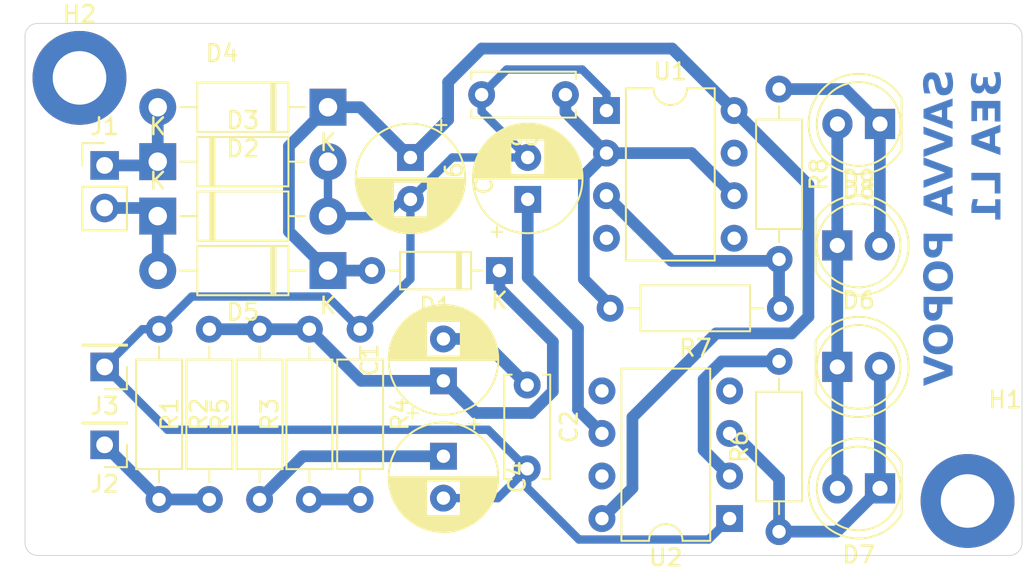
<source format=kicad_pcb>
(kicad_pcb (version 20240108) (generator "pcbnew") (generator_version "8.0")
  (layers (0 "F.Cu" signal) (31 "B.Cu" signal) (34 "B.Paste" user) (35 "F.Paste" user) (36 "B.SilkS" user "B.Silkscreen") (37 "F.SilkS" user "F.Silkscreen") (38 "B.Mask" user) (39 "F.Mask" user) (44 "Edge.Cuts" user))
  (net 0 "")
  (net 1 "Net-(D1-K)")
  (net 2 "Net-(C1-Pad2)")
  (net 3 "GND")
  (net 4 "VCC")
  (net 5 "Net-(C4-Pad1)")
  (net 6 "TR")
  (net 7 "Net-(D2-A)")
  (net 8 "Net-(D4-K)")
  (net 9 "Net-(D6-K)")
  (net 10 "Q_2")
  (net 11 "Net-(D8-K)")
  (net 12 "DIVIDER")
  (net 13 "Net-(R3-Pad1)")
  (net 14 "Q_1")
  (net 21 "TR_1")
  (net 22 "TR_2")
  (footprint "MountingHole:MountingHole_3.2mm_M3_DIN965_Pad_TopBottom" (layer "F.Cu") (at 152.5 58.25)
    (property "Reference" "H2" (at 0 -3.8 0) (layer "F.SilkS"))
    (property "Value" "M3")
    (pad "1" thru_hole circle (at 0 0) (size 3.6 3.6) (drill 3.2) (layers "*.Cu" "*.Mask"))
    (pad "1" connect circle (at 0 0) (size 5.6 5.6) (layers "F.Cu" "F.Mask"))
    (pad "1" connect circle (at 0 0) (size 5.6 5.6) (layers "B.Cu" "B.Mask"))
  )
  (footprint "LED_THT:LED_D5.0mm_Clear" (layer "F.Cu") (at 197.725 68.25)
    (property "Reference" "D9" (at 1.27 -3.96 0) (layer "F.SilkS"))
    (property "Value" "LED")
    (pad "1" thru_hole rect (at 0 0) (size 1.8 1.8) (drill 0.9) (layers "*.Cu" "*.Mask") (net 9 "Net-(D6-K)"))
    (pad "2" thru_hole circle (at 2.54 0) (size 1.8 1.8) (drill 0.9) (layers "*.Cu" "*.Mask") (net 11 "Net-(D8-K)"))
  )
  (footprint "Package_DIP:DIP-8_W7.62mm" (layer "F.Cu") (at 183.95 60.2)
    (property "Reference" "U1" (at 3.81 -2.33 0) (layer "F.SilkS"))
    (property "Value" "NE555P")
    (pad "1" thru_hole rect (at 0 0) (size 1.6 1.6) (drill 0.8) (layers "*.Cu" "*.Mask") (net 3 "GND"))
    (pad "2" thru_hole oval (at 0 2.54) (size 1.6 1.6) (drill 0.8) (layers "*.Cu" "*.Mask") (net 21 "TR_1"))
    (pad "3" thru_hole oval (at 0 5.08) (size 1.6 1.6) (drill 0.8) (layers "*.Cu" "*.Mask") (net 14 "Q_1"))
    (pad "4" thru_hole oval (at 0 7.62) (size 1.6 1.6) (drill 0.8) (layers "*.Cu" "*.Mask"))
    (pad "5" thru_hole oval (at 7.62 7.62) (size 1.6 1.6) (drill 0.8) (layers "*.Cu" "*.Mask"))
    (pad "6" thru_hole oval (at 7.62 5.08) (size 1.6 1.6) (drill 0.8) (layers "*.Cu" "*.Mask") (net 21 "TR_1"))
    (pad "7" thru_hole oval (at 7.62 2.54) (size 1.6 1.6) (drill 0.8) (layers "*.Cu" "*.Mask"))
    (pad "8" thru_hole oval (at 7.62 0) (size 1.6 1.6) (drill 0.8) (layers "*.Cu" "*.Mask") (net 4 "VCC"))
  )
  (footprint "Diode_THT:D_DO-41_SOD81_P10.16mm_Horizontal" (layer "F.Cu") (at 167.33 69.75 180)
    (property "Reference" "D5" (at 5.08 -2.47 0) (layer "F.SilkS"))
    (property "Value" "1N4007")
    (fp_text user "K" (at 0 -2.1 0) (layer "F.SilkS"))
    (pad "1" thru_hole rect (at 0 0 180) (size 2.2 2.2) (drill 1.1) (layers "*.Cu" "*.Mask") (net 4 "VCC"))
    (pad "2" thru_hole oval (at 10.16 0 180) (size 2.2 2.2) (drill 1.1) (layers "*.Cu" "*.Mask") (net 8 "Net-(D4-K)"))
  )
  (footprint "Connector_PinHeader_2.54mm:PinHeader_1x02_P2.54mm_Vertical" (layer "F.Cu") (at 154 63.475)
    (property "Reference" "J1" (at 0 -2.33 0) (layer "F.SilkS"))
    (property "Value" "Conn_01x02_Pin")
    (pad "1" thru_hole rect (at 0 0) (size 1.7 1.7) (drill 1) (layers "*.Cu" "*.Mask") (net 7 "Net-(D2-A)"))
    (pad "2" thru_hole oval (at 0 2.54) (size 1.7 1.7) (drill 1) (layers "*.Cu" "*.Mask") (net 8 "Net-(D4-K)"))
  )
  (footprint "Package_DIP:DIP-8_W7.62mm" (layer "F.Cu") (at 191.3 84.55 180)
    (property "Reference" "U2" (at 3.81 -2.33 0) (layer "F.SilkS"))
    (property "Value" "NE555P")
    (pad "1" thru_hole rect (at 0 0 180) (size 1.6 1.6) (drill 0.8) (layers "*.Cu" "*.Mask") (net 3 "GND"))
    (pad "2" thru_hole oval (at 0 2.54 180) (size 1.6 1.6) (drill 0.8) (layers "*.Cu" "*.Mask") (net 22 "TR_2"))
    (pad "3" thru_hole oval (at 0 5.08 180) (size 1.6 1.6) (drill 0.8) (layers "*.Cu" "*.Mask") (net 10 "Q_2"))
    (pad "4" thru_hole oval (at 0 7.62 180) (size 1.6 1.6) (drill 0.8) (layers "*.Cu" "*.Mask"))
    (pad "5" thru_hole oval (at 7.62 7.62 180) (size 1.6 1.6) (drill 0.8) (layers "*.Cu" "*.Mask"))
    (pad "6" thru_hole oval (at 7.62 5.08 180) (size 1.6 1.6) (drill 0.8) (layers "*.Cu" "*.Mask") (net 6 "TR"))
    (pad "7" thru_hole oval (at 7.62 2.54 180) (size 1.6 1.6) (drill 0.8) (layers "*.Cu" "*.Mask"))
    (pad "8" thru_hole oval (at 7.62 0 180) (size 1.6 1.6) (drill 0.8) (layers "*.Cu" "*.Mask") (net 4 "VCC"))
  )
  (footprint "Capacitor_THT:C_Disc_D6.0mm_W2.5mm_P5.00mm" (layer "F.Cu") (at 179.22 76.58 -90)
    (property "Reference" "C2" (at 2.5 -2.5 90) (layer "F.SilkS"))
    (property "Value" "100pF")
    (pad "1" thru_hole circle (at 0 0 270) (size 1.6 1.6) (drill 0.8) (layers "*.Cu" "*.Mask") (net 2 "Net-(C1-Pad2)"))
    (pad "2" thru_hole circle (at 5 0 270) (size 1.6 1.6) (drill 0.8) (layers "*.Cu" "*.Mask") (net 3 "GND"))
  )
  (footprint "Connector_PinHeader_2.54mm:PinHeader_1x01_P2.54mm_Vertical" (layer "F.Cu") (at 154 75.5 180)
    (property "Reference" "J3" (at 0 -2.33 0) (layer "F.SilkS"))
    (property "Value" "DC")
    (pad "1" thru_hole rect (at 0 0 180) (size 1.7 1.7) (drill 1) (layers "*.Cu" "*.Mask") (net 3 "GND"))
  )
  (footprint "Diode_THT:D_DO-41_SOD81_P10.16mm_Horizontal" (layer "F.Cu") (at 167.33 60 180)
    (property "Reference" "D2" (at 5.08 -2.47 0) (layer "F.SilkS"))
    (property "Value" "1N4007")
    (fp_text user "K" (at 0 -2.1 0) (layer "F.SilkS"))
    (pad "1" thru_hole rect (at 0 0 180) (size 2.2 2.2) (drill 1.1) (layers "*.Cu" "*.Mask") (net 4 "VCC"))
    (pad "2" thru_hole oval (at 10.16 0 180) (size 2.2 2.2) (drill 1.1) (layers "*.Cu" "*.Mask") (net 7 "Net-(D2-A)"))
  )
  (footprint "Resistor_THT:R_Axial_DIN0207_L6.3mm_D2.5mm_P10.16mm_Horizontal" (layer "F.Cu") (at 194.33 72 180)
    (property "Reference" "R7" (at 5.08 -2.37 0) (layer "F.SilkS"))
    (property "Value" "1M")
    (pad "1" thru_hole circle (at 0 0 180) (size 1.6 1.6) (drill 0.8) (layers "*.Cu" "*.Mask") (net 14 "Q_1"))
    (pad "2" thru_hole oval (at 10.16 0 180) (size 1.6 1.6) (drill 0.8) (layers "*.Cu" "*.Mask") (net 21 "TR_1"))
  )
  (footprint "Diode_THT:D_DO-41_SOD81_P10.16mm_Horizontal" (layer "F.Cu") (at 157.17 63.25)
    (property "Reference" "D3" (at 5.08 -2.47 0) (layer "F.SilkS"))
    (property "Value" "1N4007")
    (fp_text user "K" (at 0 -2.1 0) (layer "F.SilkS"))
    (pad "1" thru_hole rect (at 0 0) (size 2.2 2.2) (drill 1.1) (layers "*.Cu" "*.Mask") (net 7 "Net-(D2-A)"))
    (pad "2" thru_hole oval (at 10.16 0) (size 2.2 2.2) (drill 1.1) (layers "*.Cu" "*.Mask") (net 3 "GND"))
  )
  (footprint "Capacitor_THT:CP_Radial_D6.3mm_P2.50mm" (layer "F.Cu") (at 174.22 76.33 90)
    (property "Reference" "C1" (at 1.25 -4.4 90) (layer "F.SilkS"))
    (property "Value" "10uF/50V")
    (pad "1" thru_hole rect (at 0 0 90) (size 1.6 1.6) (drill 0.8) (layers "*.Cu" "*.Mask") (net 1 "Net-(D1-K)"))
    (pad "2" thru_hole circle (at 2.5 0 90) (size 1.6 1.6) (drill 0.8) (layers "*.Cu" "*.Mask") (net 2 "Net-(C1-Pad2)"))
  )
  (footprint "Resistor_THT:R_Axial_DIN0207_L6.3mm_D2.5mm_P10.16mm_Horizontal" (layer "F.Cu") (at 166.22 83.41 90)
    (property "Reference" "R3" (at 5.08 -2.37 90) (layer "F.SilkS"))
    (property "Value" "10k")
    (pad "1" thru_hole circle (at 0 0 90) (size 1.6 1.6) (drill 0.8) (layers "*.Cu" "*.Mask") (net 13 "Net-(R3-Pad1)"))
    (pad "2" thru_hole oval (at 10.16 0 90) (size 1.6 1.6) (drill 0.8) (layers "*.Cu" "*.Mask") (net 1 "Net-(D1-K)"))
  )
  (footprint "Diode_THT:D_DO-35_SOD27_P7.62mm_Horizontal" (layer "F.Cu") (at 177.56 69.75 180)
    (property "Reference" "D1" (at 3.81 -2.12 0) (layer "F.SilkS"))
    (property "Value" "1N4148")
    (fp_text user "K" (at 0 -1.8 0) (layer "F.SilkS"))
    (pad "1" thru_hole rect (at 0 0 180) (size 1.6 1.6) (drill 0.8) (layers "*.Cu" "*.Mask") (net 1 "Net-(D1-K)"))
    (pad "2" thru_hole oval (at 7.62 0 180) (size 1.6 1.6) (drill 0.8) (layers "*.Cu" "*.Mask") (net 4 "VCC"))
  )
  (footprint "Resistor_THT:R_Axial_DIN0207_L6.3mm_D2.5mm_P10.16mm_Horizontal" (layer "F.Cu") (at 194.25 58.92 -90)
    (property "Reference" "R8" (at 5.08 -2.37 90) (layer "F.SilkS"))
    (property "Value" "470R")
    (pad "1" thru_hole circle (at 0 0 270) (size 1.6 1.6) (drill 0.8) (layers "*.Cu" "*.Mask") (net 11 "Net-(D8-K)"))
    (pad "2" thru_hole oval (at 10.16 0 270) (size 1.6 1.6) (drill 0.8) (layers "*.Cu" "*.Mask") (net 14 "Q_1"))
  )
  (footprint "LED_THT:LED_D5.0mm_Clear" (layer "F.Cu") (at 200.275 82.75 180)
    (property "Reference" "D7" (at 1.27 -3.96 0) (layer "F.SilkS"))
    (property "Value" "LED")
    (pad "1" thru_hole rect (at 0 0 180) (size 1.8 1.8) (drill 0.9) (layers "*.Cu" "*.Mask") (net 10 "Q_2"))
    (pad "2" thru_hole circle (at 2.54 0 180) (size 1.8 1.8) (drill 0.9) (layers "*.Cu" "*.Mask") (net 9 "Net-(D6-K)"))
  )
  (footprint "Diode_THT:D_DO-41_SOD81_P10.16mm_Horizontal" (layer "F.Cu") (at 157.17 66.5)
    (property "Reference" "D4" (at 3.83 -9.72 0) (layer "F.SilkS"))
    (property "Value" "1N4007")
    (fp_text user "K" (at 0 -2.1 0) (layer "F.SilkS"))
    (pad "1" thru_hole rect (at 0 0) (size 2.2 2.2) (drill 1.1) (layers "*.Cu" "*.Mask") (net 8 "Net-(D4-K)"))
    (pad "2" thru_hole oval (at 10.16 0) (size 2.2 2.2) (drill 1.1) (layers "*.Cu" "*.Mask") (net 3 "GND"))
  )
  (footprint "Resistor_THT:R_Axial_DIN0207_L6.3mm_D2.5mm_P10.16mm_Horizontal" (layer "F.Cu") (at 157.25 73.25 -90)
    (property "Reference" "R2" (at 5.08 -2.37 90) (layer "F.SilkS"))
    (property "Value" "2.2k")
    (pad "1" thru_hole circle (at 0 0 270) (size 1.6 1.6) (drill 0.8) (layers "*.Cu" "*.Mask") (net 3 "GND"))
    (pad "2" thru_hole oval (at 10.16 0 270) (size 1.6 1.6) (drill 0.8) (layers "*.Cu" "*.Mask") (net 12 "DIVIDER"))
  )
  (footprint "Resistor_THT:R_Axial_DIN0207_L6.3mm_D2.5mm_P10.16mm_Horizontal" (layer "F.Cu") (at 163.25 83.41 90)
    (property "Reference" "R5" (at 5.08 -2.37 90) (layer "F.SilkS"))
    (property "Value" "100R")
    (pad "1" thru_hole circle (at 0 0 90) (size 1.6 1.6) (drill 0.8) (layers "*.Cu" "*.Mask") (net 5 "Net-(C4-Pad1)"))
    (pad "2" thru_hole oval (at 10.16 0 90) (size 1.6 1.6) (drill 0.8) (layers "*.Cu" "*.Mask") (net 1 "Net-(D1-K)"))
  )
  (footprint "LED_THT:LED_D5.0mm_Clear" (layer "F.Cu") (at 197.725 75.5)
    (property "Reference" "D6" (at 1.27 -3.96 0) (layer "F.SilkS"))
    (property "Value" "LED")
    (pad "1" thru_hole rect (at 0 0) (size 1.8 1.8) (drill 0.9) (layers "*.Cu" "*.Mask") (net 9 "Net-(D6-K)"))
    (pad "2" thru_hole circle (at 2.54 0) (size 1.8 1.8) (drill 0.9) (layers "*.Cu" "*.Mask") (net 10 "Q_2"))
  )
  (footprint "Capacitor_THT:CP_Radial_D6.3mm_P2.50mm" (layer "F.Cu") (at 174.22 80.83 -90)
    (property "Reference" "C4" (at 1.25 -4.4 90) (layer "F.SilkS"))
    (property "Value" "10uF/50V")
    (pad "1" thru_hole rect (at 0 0 270) (size 1.6 1.6) (drill 0.8) (layers "*.Cu" "*.Mask") (net 5 "Net-(C4-Pad1)"))
    (pad "2" thru_hole circle (at 2.5 0 270) (size 1.6 1.6) (drill 0.8) (layers "*.Cu" "*.Mask") (net 3 "GND"))
  )
  (footprint "MountingHole:MountingHole_3.2mm_M3_DIN965_Pad_TopBottom" (layer "F.Cu") (at 205.5 83.5)
    (property "Reference" "H1" (at 2.25 -6.05 0) (layer "F.SilkS"))
    (property "Value" "M3")
    (pad "1" thru_hole circle (at 0 0) (size 3.6 3.6) (drill 3.2) (layers "*.Cu" "*.Mask"))
    (pad "1" connect circle (at 0 0) (size 5.6 5.6) (layers "F.Cu" "F.Mask"))
    (pad "1" connect circle (at 0 0) (size 5.6 5.6) (layers "B.Cu" "B.Mask"))
  )
  (footprint "Resistor_THT:R_Axial_DIN0207_L6.3mm_D2.5mm_P10.16mm_Horizontal" (layer "F.Cu") (at 194.25 85.33 90)
    (property "Reference" "R6" (at 5.08 -2.37 90) (layer "F.SilkS"))
    (property "Value" "1M")
    (pad "1" thru_hole circle (at 0 0 90) (size 1.6 1.6) (drill 0.8) (layers "*.Cu" "*.Mask") (net 10 "Q_2"))
    (pad "2" thru_hole oval (at 10.16 0 90) (size 1.6 1.6) (drill 0.8) (layers "*.Cu" "*.Mask") (net 22 "TR_2"))
  )
  (footprint "Capacitor_THT:CP_Radial_D6.3mm_P2.50mm" (layer "F.Cu") (at 172.25 63 -90)
    (property "Reference" "C3" (at 1.25 -4.4 90) (layer "F.SilkS"))
    (property "Value" "100uF/16V")
    (pad "1" thru_hole rect (at 0 0 270) (size 1.6 1.6) (drill 0.8) (layers "*.Cu" "*.Mask") (net 4 "VCC"))
    (pad "2" thru_hole circle (at 2.5 0 270) (size 1.6 1.6) (drill 0.8) (layers "*.Cu" "*.Mask") (net 3 "GND"))
  )
  (footprint "Resistor_THT:R_Axial_DIN0207_L6.3mm_D2.5mm_P10.16mm_Horizontal" (layer "F.Cu") (at 160.25 83.41 90)
    (property "Reference" "R1" (at 5.08 -2.37 90) (layer "F.SilkS"))
    (property "Value" "15k")
    (pad "1" thru_hole circle (at 0 0 90) (size 1.6 1.6) (drill 0.8) (layers "*.Cu" "*.Mask") (net 12 "DIVIDER"))
    (pad "2" thru_hole oval (at 10.16 0 90) (size 1.6 1.6) (drill 0.8) (layers "*.Cu" "*.Mask") (net 1 "Net-(D1-K)"))
  )
  (footprint "Resistor_THT:R_Axial_DIN0207_L6.3mm_D2.5mm_P10.16mm_Horizontal" (layer "F.Cu") (at 169.25 73.25 -90)
    (property "Reference" "R4" (at 5.08 -2.37 90) (layer "F.SilkS"))
    (property "Value" "10k")
    (pad "1" thru_hole circle (at 0 0 270) (size 1.6 1.6) (drill 0.8) (layers "*.Cu" "*.Mask") (net 3 "GND"))
    (pad "2" thru_hole oval (at 10.16 0 270) (size 1.6 1.6) (drill 0.8) (layers "*.Cu" "*.Mask") (net 13 "Net-(R3-Pad1)"))
  )
  (footprint "Connector_PinHeader_2.54mm:PinHeader_1x01_P2.54mm_Vertical" (layer "F.Cu") (at 154 80.15 180)
    (property "Reference" "J2" (at 0 -2.33 0) (layer "F.SilkS"))
    (property "Value" "DC")
    (pad "1" thru_hole rect (at 0 0 180) (size 1.7 1.7) (drill 1) (layers "*.Cu" "*.Mask") (net 12 "DIVIDER"))
  )
  (footprint "LED_THT:LED_D5.0mm_Clear" (layer "F.Cu") (at 200.275 61 180)
    (property "Reference" "D8" (at 1.27 -3.96 0) (layer "F.SilkS"))
    (property "Value" "LED")
    (pad "1" thru_hole rect (at 0 0 180) (size 1.8 1.8) (drill 0.9) (layers "*.Cu" "*.Mask") (net 11 "Net-(D8-K)"))
    (pad "2" thru_hole circle (at 2.54 0 180) (size 1.8 1.8) (drill 0.9) (layers "*.Cu" "*.Mask") (net 9 "Net-(D6-K)"))
  )
  (footprint "Capacitor_THT:CP_Radial_D6.3mm_P2.50mm" (layer "F.Cu") (at 179.25 65.5 90)
    (property "Reference" "C6" (at 1.25 -4.4 90) (layer "F.SilkS"))
    (property "Value" "1uF/50V")
    (pad "1" thru_hole rect (at 0 0 90) (size 1.6 1.6) (drill 0.8) (layers "*.Cu" "*.Mask") (net 6 "TR"))
    (pad "2" thru_hole circle (at 2.5 0 90) (size 1.6 1.6) (drill 0.8) (layers "*.Cu" "*.Mask") (net 3 "GND"))
  )
  (footprint "Capacitor_THT:C_Disc_D6.0mm_W2.5mm_P5.00mm" (layer "F.Cu") (at 181.5 59.25 180)
    (property "Reference" "C5" (at 2.5 -2.5 0) (layer "F.SilkS"))
    (property "Value" "100nF")
    (pad "1" thru_hole circle (at 0 0 180) (size 1.6 1.6) (drill 0.8) (layers "*.Cu" "*.Mask") (net 21 "TR_1"))
    (pad "2" thru_hole circle (at 5 0 180) (size 1.6 1.6) (drill 0.8) (layers "*.Cu" "*.Mask") (net 3 "GND"))
  )
  (gr_line (start 150 86.75) (end 208 86.75) (stroke (width 0.05)) (layer "Edge.Cuts"))
  (gr_arc (start 208.75 86) (mid 208.53033 86.53033) (end 208 86.75) (stroke (width 0.05)) (layer "Edge.Cuts"))
  (gr_arc (start 149.25 55.75) (mid 149.46967 55.21967) (end 150 55) (stroke (width 0.05)) (layer "Edge.Cuts"))
  (gr_arc (start 150 86.75) (mid 149.46967 86.53033) (end 149.25 86) (stroke (width 0.05)) (layer "Edge.Cuts"))
  (gr_line (start 208.75 86) (end 208.75 55.75) (stroke (width 0.05)) (layer "Edge.Cuts"))
  (gr_line (start 208 55) (end 150 55) (stroke (width 0.05)) (layer "Edge.Cuts"))
  (gr_line (start 149.25 55.75) (end 149.25 86) (stroke (width 0.05)) (layer "Edge.Cuts"))
  (gr_arc (start 208 55) (mid 208.53033 55.21967) (end 208.75 55.75) (stroke (width 0.05)) (layer "Edge.Cuts"))
  (gr_text "SAVVA POPOV\n3EA L1" (at 207.75 57.75 90) (layer "B.Cu") (effects (font (size 1.7 1.7) (thickness 0.3) (bold yes)) (justify left bottom mirror)))
  (segment (start 180.75 76.959189) (end 179.459189 78.25) (width 0.7) (layer "B.Cu") (net 1))
  (segment (start 177.56 70.81) (end 180.75 74) (width 0.7) (layer "B.Cu") (net 1))
  (segment (start 179.459189 78.25) (end 176.14 78.25) (width 0.7) (layer "B.Cu") (net 1))
  (segment (start 163.25 73.25) (end 160.25 73.25) (width 0.7) (layer "B.Cu") (net 1))
  (segment (start 174.22 76.33) (end 169.3 76.33) (width 0.7) (layer "B.Cu") (net 1))
  (segment (start 180.75 74) (end 180.75 76.959189) (width 0.7) (layer "B.Cu") (net 1))
  (segment (start 176.14 78.25) (end 174.22 76.33) (width 0.7) (layer "B.Cu") (net 1))
  (segment (start 177.56 69.75) (end 177.56 70.81) (width 0.7) (layer "B.Cu") (net 1))
  (segment (start 163.25 73.25) (end 166.22 73.25) (width 0.7) (layer "B.Cu") (net 1))
  (segment (start 169.3 76.33) (end 166.22 73.25) (width 0.7) (layer "B.Cu") (net 1))
  (segment (start 174.22 73.83) (end 176.47 73.83) (width 0.7) (layer "B.Cu") (net 2))
  (segment (start 176.47 73.83) (end 179.22 76.58) (width 0.7) (layer "B.Cu") (net 2))
  (segment (start 157.75 79.25) (end 154 75.5) (width 0.5) (layer "B.Cu") (net 3))
  (segment (start 172.25 65.5) (end 171.75 65.5) (width 0.5) (layer "B.Cu") (net 3))
  (segment (start 191.3 84.55) (end 190.05 85.8) (width 0.5) (layer "B.Cu") (net 3))
  (segment (start 178 57.75) (end 182.5 57.75) (width 0.5) (layer "B.Cu") (net 3))
  (segment (start 179.22 81.58) (end 176.89 79.25) (width 0.5) (layer "B.Cu") (net 3))
  (segment (start 174.22 83.33) (end 177.47 83.33) (width 0.5) (layer "B.Cu") (net 3))
  (segment (start 176.5 59.25) (end 178 57.75) (width 0.5) (layer "B.Cu") (net 3))
  (segment (start 176.89 79.25) (end 157.75 79.25) (width 0.5) (layer "B.Cu") (net 3))
  (segment (start 174.75 63) (end 179.25 63) (width 0.5) (layer "B.Cu") (net 3))
  (segment (start 167.3 71.3) (end 159.2 71.3) (width 0.5) (layer "B.Cu") (net 3))
  (segment (start 182.30863 85.8) (end 179.22 82.71137) (width 0.5) (layer "B.Cu") (net 3))
  (segment (start 172.25 65.5) (end 174.75 63) (width 0.5) (layer "B.Cu") (net 3))
  (segment (start 157.25 73.25) (end 156.25 73.25) (width 0.5) (layer "B.Cu") (net 3))
  (segment (start 177.47 83.33) (end 179.22 81.58) (width 0.5) (layer "B.Cu") (net 3))
  (segment (start 170.75 66.5) (end 167.33 66.5) (width 0.5) (layer "B.Cu") (net 3))
  (segment (start 176.5 60.25) (end 176.5 59.25) (width 0.5) (layer "B.Cu") (net 3))
  (segment (start 169.25 73.25) (end 172.25 70.25) (width 0.5) (layer "B.Cu") (net 3))
  (segment (start 169.25 73.25) (end 167.3 71.3) (width 0.5) (layer "B.Cu") (net 3))
  (segment (start 159.2 71.3) (end 157.25 73.25) (width 0.5) (layer "B.Cu") (net 3))
  (segment (start 172.25 70.25) (end 172.25 65.5) (width 0.5) (layer "B.Cu") (net 3))
  (segment (start 182.5 57.75) (end 183.95 59.2) (width 0.5) (layer "B.Cu") (net 3))
  (segment (start 183.95 59.2) (end 183.95 60.2) (width 0.5) (layer "B.Cu") (net 3))
  (segment (start 190.05 85.8) (end 182.30863 85.8) (width 0.5) (layer "B.Cu") (net 3))
  (segment (start 179.25 63) (end 176.5 60.25) (width 0.5) (layer "B.Cu") (net 3))
  (segment (start 171.75 65.5) (end 170.75 66.5) (width 0.5) (layer "B.Cu") (net 3))
  (segment (start 179.22 82.71137) (end 179.22 81.58) (width 0.5) (layer "B.Cu") (net 3))
  (segment (start 167.33 66.5) (end 167.33 63.25) (width 0.5) (layer "B.Cu") (net 3))
  (segment (start 156.25 73.25) (end 154 75.5) (width 0.5) (layer "B.Cu") (net 3))
  (segment (start 167.33 60) (end 165 62.33) (width 0.7) (layer "B.Cu") (net 4))
  (segment (start 191.57 60.2) (end 196 64.63) (width 0.7) (layer "B.Cu") (net 4))
  (segment (start 196 72.5) (end 195 73.5) (width 0.7) (layer "B.Cu") (net 4))
  (segment (start 176.5 56.5) (end 187.87 56.5) (width 0.7) (layer "B.Cu") (net 4))
  (segment (start 187.87 56.5) (end 191.57 60.2) (width 0.7) (layer "B.Cu") (net 4))
  (segment (start 165 62.33) (end 165 67.42) (width 0.7) (layer "B.Cu") (net 4))
  (segment (start 185.5 82.73) (end 183.68 84.55) (width 0.7) (layer "B.Cu") (net 4))
  (segment (start 185.5 78.5) (end 185.5 82.73) (width 0.7) (layer "B.Cu") (net 4))
  (segment (start 172.25 63) (end 174.5 60.75) (width 0.7) (layer "B.Cu") (net 4))
  (segment (start 183.68 84.55) (end 183.68 84.8) (width 0.7) (layer "B.Cu") (net 4))
  (segment (start 195 73.5) (end 190.5 73.5) (width 0.7) (layer "B.Cu") (net 4))
  (segment (start 174.5 58.5) (end 176.5 56.5) (width 0.7) (layer "B.Cu") (net 4))
  (segment (start 169.25 60) (end 172.25 63) (width 0.7) (layer "B.Cu") (net 4))
  (segment (start 174.5 60.75) (end 174.5 58.5) (width 0.7) (layer "B.Cu") (net 4))
  (segment (start 165 67.42) (end 167.33 69.75) (width 0.7) (layer "B.Cu") (net 4))
  (segment (start 167.33 69.75) (end 169.94 69.75) (width 0.7) (layer "B.Cu") (net 4))
  (segment (start 191.57 60.2) (end 191.57 59.95) (width 0.7) (layer "B.Cu") (net 4))
  (segment (start 196 64.63) (end 196 72.5) (width 0.7) (layer "B.Cu") (net 4))
  (segment (start 168.33 60) (end 169.25 60) (width 0.7) (layer "B.Cu") (net 4))
  (segment (start 190.5 73.5) (end 185.5 78.5) (width 0.7) (layer "B.Cu") (net 4))
  (segment (start 163.25 83.41) (end 165.83 80.83) (width 0.7) (layer "B.Cu") (net 5))
  (segment (start 165.83 80.83) (end 174.22 80.83) (width 0.7) (layer "B.Cu") (net 5))
  (segment (start 179.25 70.167208) (end 182.25 73.167208) (width 0.7) (layer "B.Cu") (net 6))
  (segment (start 179.25 65.68238) (end 179.25 70.167208) (width 0.7) (layer "B.Cu") (net 6))
  (segment (start 182.25 78.04) (end 183.68 79.47) (width 0.7) (layer "B.Cu") (net 6))
  (segment (start 182.25 73.167208) (end 182.25 78.04) (width 0.7) (layer "B.Cu") (net 6))
  (segment (start 156.945 63.475) (end 157.17 63.25) (width 0.7) (layer "B.Cu") (net 7))
  (segment (start 154 63.475) (end 156.945 63.475) (width 0.7) (layer "B.Cu") (net 7))
  (segment (start 157.17 60) (end 157.17 63.25) (width 0.7) (layer "B.Cu") (net 7))
  (segment (start 156.685 66.015) (end 157.17 66.5) (width 0.7) (layer "B.Cu") (net 8))
  (segment (start 154 66.015) (end 156.685 66.015) (width 0.7) (layer "B.Cu") (net 8))
  (segment (start 157.17 66.5) (end 157.17 69.75) (width 0.7) (layer "B.Cu") (net 8))
  (segment (start 197.725 68.25) (end 197.725 75.5) (width 0.7) (layer "B.Cu") (net 9))
  (segment (start 197.735 82.75) (end 197.735 75.51) (width 0.7) (layer "B.Cu") (net 9))
  (segment (start 197.735 61.015) (end 197.725 61.025) (width 0.7) (layer "B.Cu") (net 9))
  (segment (start 197.725 61.025) (end 197.725 68.25) (width 0.7) (layer "B.Cu") (net 9))
  (segment (start 197.735 61) (end 197.735 61.015) (width 0.7) (layer "B.Cu") (net 9))
  (segment (start 197.735 75.51) (end 197.725 75.5) (width 0.7) (layer "B.Cu") (net 9))
  (segment (start 191.3 79.22) (end 194.25 82.17) (width 0.7) (layer "B.Cu") (net 10))
  (segment (start 200.265 82.74) (end 200.275 82.75) (width 0.7) (layer "B.Cu") (net 10))
  (segment (start 200.265 75.5) (end 200.265 82.74) (width 0.7) (layer "B.Cu") (net 10))
  (segment (start 194.25 82.17) (end 194.25 85.33) (width 0.7) (layer "B.Cu") (net 10))
  (segment (start 194.25 85.33) (end 197.695 85.33) (width 0.7) (layer "B.Cu") (net 10))
  (segment (start 197.695 85.33) (end 200.275 82.75) (width 0.7) (layer "B.Cu") (net 10))
  (segment (start 200.265 61.01) (end 200.275 61) (width 0.7) (layer "B.Cu") (net 11))
  (segment (start 200.265 68.25) (end 200.265 61.01) (width 0.7) (layer "B.Cu") (net 11))
  (segment (start 198.195 58.92) (end 200.275 61) (width 0.7) (layer "B.Cu") (net 11))
  (segment (start 194.25 58.92) (end 198.195 58.92) (width 0.7) (layer "B.Cu") (net 11))
  (segment (start 154 80.16) (end 157.25 83.41) (width 0.7) (layer "B.Cu") (net 12))
  (segment (start 154 80.15) (end 154 80.16) (width 0.7) (layer "B.Cu") (net 12))
  (segment (start 157.25 83.41) (end 160.25 83.41) (width 0.7) (layer "B.Cu") (net 12))
  (segment (start 166.22 83.41) (end 169.25 83.41) (width 0.7) (layer "B.Cu") (net 13))
  (segment (start 194.33 72) (end 194.25 71.92) (width 0.7) (layer "B.Cu") (net 14))
  (segment (start 183.95 65.28) (end 187.84 69.17) (width 0.7) (layer "B.Cu") (net 14))
  (segment (start 194.16 69.17) (end 194.25 69.08) (width 0.7) (layer "B.Cu") (net 14))
  (segment (start 194.25 71.92) (end 194.25 69.08) (width 0.7) (layer "B.Cu") (net 14))
  (segment (start 187.84 69.17) (end 194.16 69.17) (width 0.7) (layer "B.Cu") (net 14))
  (segment (start 189.03 62.74) (end 191.57 65.28) (width 0.7) (layer "B.Cu") (net 21))
  (segment (start 184.09 71.75) (end 182.6 70.26) (width 0.7) (layer "B.Cu") (net 21))
  (segment (start 181.5 60.29) (end 183.95 62.74) (width 0.7) (layer "B.Cu") (net 21))
  (segment (start 182.6 70.26) (end 182.6 64.09) (width 0.7) (layer "B.Cu") (net 21))
  (segment (start 183.95 62.74) (end 189.03 62.74) (width 0.7) (layer "B.Cu") (net 21))
  (segment (start 182.6 64.09) (end 183.95 62.74) (width 0.7) (layer "B.Cu") (net 21))
  (segment (start 181.5 59.5) (end 181.5 60.29) (width 0.7) (layer "B.Cu") (net 21))
  (segment (start 191.3 82.26) (end 191.3 82.01) (width 0.7) (layer "B.Cu") (net 22))
  (segment (start 189.75 80.46) (end 189.75 76.25) (width 0.7) (layer "B.Cu") (net 22))
  (segment (start 189.75 76.25) (end 190.83 75.17) (width 0.7) (layer "B.Cu") (net 22))
  (segment (start 190.83 75.17) (end 194.25 75.17) (width 0.7) (layer "B.Cu") (net 22))
  (segment (start 191.3 82.01) (end 189.75 80.46) (width 0.7) (layer "B.Cu") (net 22))
)
</source>
